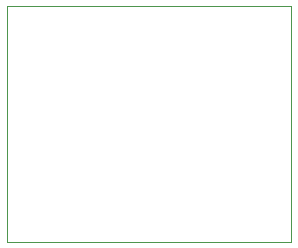
<source format=gbr>
%TF.GenerationSoftware,KiCad,Pcbnew,5.1.5-52549c5~86~ubuntu16.04.1*%
%TF.CreationDate,2020-11-12T16:56:08+05:30*%
%TF.ProjectId,Potentiometer Module V1.0,506f7465-6e74-4696-9f6d-65746572204d,V1.0*%
%TF.SameCoordinates,Original*%
%TF.FileFunction,Profile,NP*%
%FSLAX46Y46*%
G04 Gerber Fmt 4.6, Leading zero omitted, Abs format (unit mm)*
G04 Created by KiCad (PCBNEW 5.1.5-52549c5~86~ubuntu16.04.1) date 2020-11-12 16:56:08*
%MOMM*%
%LPD*%
G04 APERTURE LIST*
%TA.AperFunction,Profile*%
%ADD10C,0.050000*%
%TD*%
G04 APERTURE END LIST*
D10*
X128707000Y-82140000D02*
X152707000Y-82140000D01*
X128707000Y-102140000D02*
X128707000Y-82140000D01*
X152707000Y-102140000D02*
X128707000Y-102140000D01*
X152707000Y-82140000D02*
X152707000Y-102140000D01*
M02*

</source>
